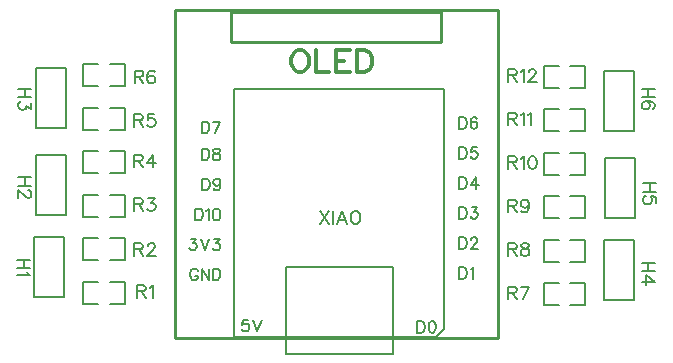
<source format=gto>
G04 Layer: TopSilkscreenLayer*
G04 EasyEDA v6.5.39, 2024-01-01 10:38:23*
G04 ea5c35bb8de24b5fb85cbc62f3f06c18,0207d7639cbd4ff9ba197a67aa53e6ca,10*
G04 Gerber Generator version 0.2*
G04 Scale: 100 percent, Rotated: No, Reflected: No *
G04 Dimensions in millimeters *
G04 leading zeros omitted , absolute positions ,4 integer and 5 decimal *
%FSLAX45Y45*%
%MOMM*%

%ADD10C,0.1524*%
%ADD11C,0.3048*%
%ADD12C,0.2032*%
%ADD13C,0.2540*%
%ADD14C,0.1270*%
%ADD15C,0.0121*%

%LPD*%
D10*
X1213865Y4445000D02*
G01*
X1104900Y4445000D01*
X1213865Y4372355D02*
G01*
X1104900Y4372355D01*
X1162050Y4445000D02*
G01*
X1162050Y4372355D01*
X1193037Y4338065D02*
G01*
X1198371Y4327652D01*
X1213865Y4311904D01*
X1104900Y4311904D01*
X1226565Y5143500D02*
G01*
X1117600Y5143500D01*
X1226565Y5070855D02*
G01*
X1117600Y5070855D01*
X1174750Y5143500D02*
G01*
X1174750Y5070855D01*
X1200657Y5031231D02*
G01*
X1205737Y5031231D01*
X1216152Y5026152D01*
X1221486Y5020818D01*
X1226565Y5010404D01*
X1226565Y4989829D01*
X1221486Y4979415D01*
X1216152Y4974081D01*
X1205737Y4969002D01*
X1195323Y4969002D01*
X1184910Y4974081D01*
X1169415Y4984495D01*
X1117600Y5036565D01*
X1117600Y4963668D01*
X1226565Y5892800D02*
G01*
X1117600Y5892800D01*
X1226565Y5820155D02*
G01*
X1117600Y5820155D01*
X1174750Y5892800D02*
G01*
X1174750Y5820155D01*
X1226565Y5775452D02*
G01*
X1226565Y5718302D01*
X1184910Y5749289D01*
X1184910Y5733795D01*
X1179829Y5723381D01*
X1174750Y5718302D01*
X1159002Y5712968D01*
X1148587Y5712968D01*
X1133094Y5718302D01*
X1122679Y5728715D01*
X1117600Y5744210D01*
X1117600Y5759704D01*
X1122679Y5775452D01*
X1127760Y5780531D01*
X1138173Y5785865D01*
X6503415Y4419600D02*
G01*
X6394450Y4419600D01*
X6503415Y4346955D02*
G01*
X6394450Y4346955D01*
X6451600Y4419600D02*
G01*
X6451600Y4346955D01*
X6503415Y4260595D02*
G01*
X6430772Y4312665D01*
X6430772Y4234687D01*
X6503415Y4260595D02*
G01*
X6394450Y4260595D01*
X6516115Y5092700D02*
G01*
X6407150Y5092700D01*
X6516115Y5020055D02*
G01*
X6407150Y5020055D01*
X6464300Y5092700D02*
G01*
X6464300Y5020055D01*
X6516115Y4923281D02*
G01*
X6516115Y4975352D01*
X6469379Y4980431D01*
X6474459Y4975352D01*
X6479793Y4959604D01*
X6479793Y4944110D01*
X6474459Y4928615D01*
X6464300Y4918202D01*
X6448552Y4912868D01*
X6438138Y4912868D01*
X6422643Y4918202D01*
X6412229Y4928615D01*
X6407150Y4944110D01*
X6407150Y4959604D01*
X6412229Y4975352D01*
X6417309Y4980431D01*
X6427724Y4985765D01*
X6503415Y5892800D02*
G01*
X6394450Y5892800D01*
X6503415Y5820155D02*
G01*
X6394450Y5820155D01*
X6451600Y5892800D02*
G01*
X6451600Y5820155D01*
X6487922Y5723381D02*
G01*
X6498336Y5728715D01*
X6503415Y5744210D01*
X6503415Y5754623D01*
X6498336Y5770118D01*
X6482588Y5780531D01*
X6456679Y5785865D01*
X6430772Y5785865D01*
X6409943Y5780531D01*
X6399529Y5770118D01*
X6394450Y5754623D01*
X6394450Y5749289D01*
X6399529Y5733795D01*
X6409943Y5723381D01*
X6425438Y5718302D01*
X6430772Y5718302D01*
X6446265Y5723381D01*
X6456679Y5733795D01*
X6461759Y5749289D01*
X6461759Y5754623D01*
X6456679Y5770118D01*
X6446265Y5780531D01*
X6430772Y5785865D01*
D11*
X3483609Y6221729D02*
G01*
X3465322Y6212586D01*
X3447288Y6194297D01*
X3438143Y6176263D01*
X3429000Y6148831D01*
X3429000Y6103365D01*
X3438143Y6076187D01*
X3447288Y6057900D01*
X3465322Y6039865D01*
X3483609Y6030721D01*
X3519931Y6030721D01*
X3537965Y6039865D01*
X3556254Y6057900D01*
X3565397Y6076187D01*
X3574541Y6103365D01*
X3574541Y6148831D01*
X3565397Y6176263D01*
X3556254Y6194297D01*
X3537965Y6212586D01*
X3519931Y6221729D01*
X3483609Y6221729D01*
X3634486Y6221729D02*
G01*
X3634486Y6030721D01*
X3634486Y6030721D02*
G01*
X3743452Y6030721D01*
X3803650Y6221729D02*
G01*
X3803650Y6030721D01*
X3803650Y6221729D02*
G01*
X3921759Y6221729D01*
X3803650Y6130797D02*
G01*
X3876293Y6130797D01*
X3803650Y6030721D02*
G01*
X3921759Y6030721D01*
X3981704Y6221729D02*
G01*
X3981704Y6030721D01*
X3981704Y6221729D02*
G01*
X4045458Y6221729D01*
X4072636Y6212586D01*
X4090924Y6194297D01*
X4099813Y6176263D01*
X4108958Y6148831D01*
X4108958Y6103365D01*
X4099813Y6076187D01*
X4090924Y6057900D01*
X4072636Y6039865D01*
X4045458Y6030721D01*
X3981704Y6030721D01*
D10*
X2122553Y4230115D02*
G01*
X2122553Y4121150D01*
X2122553Y4230115D02*
G01*
X2169289Y4230115D01*
X2184783Y4225036D01*
X2190117Y4219702D01*
X2195197Y4209287D01*
X2195197Y4198873D01*
X2190117Y4188460D01*
X2184783Y4183379D01*
X2169289Y4178300D01*
X2122553Y4178300D01*
X2158875Y4178300D02*
G01*
X2195197Y4121150D01*
X2229487Y4209287D02*
G01*
X2239901Y4214621D01*
X2255649Y4230115D01*
X2255649Y4121150D01*
X2099183Y4585715D02*
G01*
X2099183Y4476750D01*
X2099183Y4585715D02*
G01*
X2145918Y4585715D01*
X2161413Y4580636D01*
X2166747Y4575302D01*
X2171827Y4564887D01*
X2171827Y4554473D01*
X2166747Y4544060D01*
X2161413Y4538979D01*
X2145918Y4533900D01*
X2099183Y4533900D01*
X2135504Y4533900D02*
G01*
X2171827Y4476750D01*
X2211450Y4559807D02*
G01*
X2211450Y4564887D01*
X2216531Y4575302D01*
X2221865Y4580636D01*
X2232279Y4585715D01*
X2252852Y4585715D01*
X2263266Y4580636D01*
X2268600Y4575302D01*
X2273681Y4564887D01*
X2273681Y4554473D01*
X2268600Y4544060D01*
X2258186Y4528565D01*
X2206116Y4476750D01*
X2279015Y4476750D01*
X2099183Y4966715D02*
G01*
X2099183Y4857750D01*
X2099183Y4966715D02*
G01*
X2145918Y4966715D01*
X2161413Y4961636D01*
X2166747Y4956302D01*
X2171827Y4945887D01*
X2171827Y4935473D01*
X2166747Y4925060D01*
X2161413Y4919979D01*
X2145918Y4914900D01*
X2099183Y4914900D01*
X2135504Y4914900D02*
G01*
X2171827Y4857750D01*
X2216531Y4966715D02*
G01*
X2273681Y4966715D01*
X2242693Y4925060D01*
X2258186Y4925060D01*
X2268600Y4919979D01*
X2273681Y4914900D01*
X2279015Y4899152D01*
X2279015Y4888737D01*
X2273681Y4873244D01*
X2263266Y4862829D01*
X2247772Y4857750D01*
X2232279Y4857750D01*
X2216531Y4862829D01*
X2211450Y4867910D01*
X2206116Y4878323D01*
X2096643Y5335015D02*
G01*
X2096643Y5226050D01*
X2096643Y5335015D02*
G01*
X2143379Y5335015D01*
X2158872Y5329936D01*
X2164206Y5324602D01*
X2169286Y5314187D01*
X2169286Y5303773D01*
X2164206Y5293360D01*
X2158872Y5288279D01*
X2143379Y5283200D01*
X2096643Y5283200D01*
X2132965Y5283200D02*
G01*
X2169286Y5226050D01*
X2255647Y5335015D02*
G01*
X2203577Y5262371D01*
X2281554Y5262371D01*
X2255647Y5335015D02*
G01*
X2255647Y5226050D01*
X2099183Y5677915D02*
G01*
X2099183Y5568950D01*
X2099183Y5677915D02*
G01*
X2145918Y5677915D01*
X2161413Y5672836D01*
X2166747Y5667502D01*
X2171827Y5657087D01*
X2171827Y5646673D01*
X2166747Y5636260D01*
X2161413Y5631179D01*
X2145918Y5626100D01*
X2099183Y5626100D01*
X2135504Y5626100D02*
G01*
X2171827Y5568950D01*
X2268600Y5677915D02*
G01*
X2216531Y5677915D01*
X2211450Y5631179D01*
X2216531Y5636260D01*
X2232279Y5641594D01*
X2247772Y5641594D01*
X2263266Y5636260D01*
X2273681Y5626100D01*
X2279015Y5610352D01*
X2279015Y5599937D01*
X2273681Y5584444D01*
X2263266Y5574029D01*
X2247772Y5568950D01*
X2232279Y5568950D01*
X2216531Y5574029D01*
X2211450Y5579110D01*
X2206116Y5589523D01*
X2101850Y6046215D02*
G01*
X2101850Y5937250D01*
X2101850Y6046215D02*
G01*
X2148586Y6046215D01*
X2164079Y6041136D01*
X2169413Y6035802D01*
X2174493Y6025387D01*
X2174493Y6014973D01*
X2169413Y6004560D01*
X2164079Y5999479D01*
X2148586Y5994400D01*
X2101850Y5994400D01*
X2138172Y5994400D02*
G01*
X2174493Y5937250D01*
X2271268Y6030721D02*
G01*
X2265934Y6041136D01*
X2250440Y6046215D01*
X2240025Y6046215D01*
X2224531Y6041136D01*
X2214118Y6025387D01*
X2208784Y5999479D01*
X2208784Y5973571D01*
X2214118Y5952744D01*
X2224531Y5942329D01*
X2240025Y5937250D01*
X2245359Y5937250D01*
X2260854Y5942329D01*
X2271268Y5952744D01*
X2276347Y5968237D01*
X2276347Y5973571D01*
X2271268Y5989065D01*
X2260854Y5999479D01*
X2245359Y6004560D01*
X2240025Y6004560D01*
X2224531Y5999479D01*
X2214118Y5989065D01*
X2208784Y5973571D01*
X5264150Y4217415D02*
G01*
X5264150Y4108450D01*
X5264150Y4217415D02*
G01*
X5310886Y4217415D01*
X5326379Y4212336D01*
X5331713Y4207002D01*
X5336793Y4196587D01*
X5336793Y4186173D01*
X5331713Y4175760D01*
X5326379Y4170679D01*
X5310886Y4165600D01*
X5264150Y4165600D01*
X5300472Y4165600D02*
G01*
X5336793Y4108450D01*
X5443981Y4217415D02*
G01*
X5391911Y4108450D01*
X5371084Y4217415D02*
G01*
X5443981Y4217415D01*
X5264150Y4585715D02*
G01*
X5264150Y4476750D01*
X5264150Y4585715D02*
G01*
X5310886Y4585715D01*
X5326379Y4580636D01*
X5331713Y4575302D01*
X5336793Y4564887D01*
X5336793Y4554473D01*
X5331713Y4544060D01*
X5326379Y4538979D01*
X5310886Y4533900D01*
X5264150Y4533900D01*
X5300472Y4533900D02*
G01*
X5336793Y4476750D01*
X5397245Y4585715D02*
G01*
X5381497Y4580636D01*
X5376418Y4570221D01*
X5376418Y4559807D01*
X5381497Y4549394D01*
X5391911Y4544060D01*
X5412740Y4538979D01*
X5428234Y4533900D01*
X5438647Y4523486D01*
X5443981Y4513071D01*
X5443981Y4497323D01*
X5438647Y4486910D01*
X5433568Y4481829D01*
X5417820Y4476750D01*
X5397245Y4476750D01*
X5381497Y4481829D01*
X5376418Y4486910D01*
X5371084Y4497323D01*
X5371084Y4513071D01*
X5376418Y4523486D01*
X5386831Y4533900D01*
X5402325Y4538979D01*
X5423154Y4544060D01*
X5433568Y4549394D01*
X5438647Y4559807D01*
X5438647Y4570221D01*
X5433568Y4580636D01*
X5417820Y4585715D01*
X5397245Y4585715D01*
X5264150Y4954015D02*
G01*
X5264150Y4845050D01*
X5264150Y4954015D02*
G01*
X5310886Y4954015D01*
X5326379Y4948936D01*
X5331713Y4943602D01*
X5336793Y4933187D01*
X5336793Y4922773D01*
X5331713Y4912360D01*
X5326379Y4907279D01*
X5310886Y4902200D01*
X5264150Y4902200D01*
X5300472Y4902200D02*
G01*
X5336793Y4845050D01*
X5438647Y4917694D02*
G01*
X5433568Y4902200D01*
X5423154Y4891786D01*
X5407659Y4886452D01*
X5402325Y4886452D01*
X5386831Y4891786D01*
X5376418Y4902200D01*
X5371084Y4917694D01*
X5371084Y4922773D01*
X5376418Y4938521D01*
X5386831Y4948936D01*
X5402325Y4954015D01*
X5407659Y4954015D01*
X5423154Y4948936D01*
X5433568Y4938521D01*
X5438647Y4917694D01*
X5438647Y4891786D01*
X5433568Y4865623D01*
X5423154Y4850129D01*
X5407659Y4845050D01*
X5397245Y4845050D01*
X5381497Y4850129D01*
X5376418Y4860544D01*
X5264150Y5322315D02*
G01*
X5264150Y5213350D01*
X5264150Y5322315D02*
G01*
X5310886Y5322315D01*
X5326379Y5317236D01*
X5331713Y5311902D01*
X5336793Y5301487D01*
X5336793Y5291073D01*
X5331713Y5280660D01*
X5326379Y5275579D01*
X5310886Y5270500D01*
X5264150Y5270500D01*
X5300472Y5270500D02*
G01*
X5336793Y5213350D01*
X5371084Y5301487D02*
G01*
X5381497Y5306821D01*
X5397245Y5322315D01*
X5397245Y5213350D01*
X5462524Y5322315D02*
G01*
X5447029Y5317236D01*
X5436615Y5301487D01*
X5431536Y5275579D01*
X5431536Y5260086D01*
X5436615Y5233923D01*
X5447029Y5218429D01*
X5462524Y5213350D01*
X5472938Y5213350D01*
X5488686Y5218429D01*
X5499100Y5233923D01*
X5504179Y5260086D01*
X5504179Y5275579D01*
X5499100Y5301487D01*
X5488686Y5317236D01*
X5472938Y5322315D01*
X5462524Y5322315D01*
X5264150Y5690615D02*
G01*
X5264150Y5581650D01*
X5264150Y5690615D02*
G01*
X5310886Y5690615D01*
X5326379Y5685536D01*
X5331713Y5680202D01*
X5336793Y5669787D01*
X5336793Y5659373D01*
X5331713Y5648960D01*
X5326379Y5643879D01*
X5310886Y5638800D01*
X5264150Y5638800D01*
X5300472Y5638800D02*
G01*
X5336793Y5581650D01*
X5371084Y5669787D02*
G01*
X5381497Y5675121D01*
X5397245Y5690615D01*
X5397245Y5581650D01*
X5431536Y5669787D02*
G01*
X5441950Y5675121D01*
X5457443Y5690615D01*
X5457443Y5581650D01*
X5264150Y6058915D02*
G01*
X5264150Y5949950D01*
X5264150Y6058915D02*
G01*
X5310886Y6058915D01*
X5326379Y6053836D01*
X5331713Y6048502D01*
X5336793Y6038087D01*
X5336793Y6027673D01*
X5331713Y6017260D01*
X5326379Y6012179D01*
X5310886Y6007100D01*
X5264150Y6007100D01*
X5300472Y6007100D02*
G01*
X5336793Y5949950D01*
X5371084Y6038087D02*
G01*
X5381497Y6043421D01*
X5397245Y6058915D01*
X5397245Y5949950D01*
X5436615Y6033007D02*
G01*
X5436615Y6038087D01*
X5441950Y6048502D01*
X5447029Y6053836D01*
X5457443Y6058915D01*
X5478272Y6058915D01*
X5488686Y6053836D01*
X5493765Y6048502D01*
X5499100Y6038087D01*
X5499100Y6027673D01*
X5493765Y6017260D01*
X5483352Y6001765D01*
X5431536Y5949950D01*
X5504179Y5949950D01*
X3671315Y4857750D02*
G01*
X3743959Y4748784D01*
X3743959Y4857750D02*
G01*
X3671315Y4748784D01*
X3778250Y4857750D02*
G01*
X3778250Y4748784D01*
X3854195Y4857750D02*
G01*
X3812540Y4748784D01*
X3854195Y4857750D02*
G01*
X3895852Y4748784D01*
X3828288Y4785105D02*
G01*
X3880104Y4785105D01*
X3961129Y4857750D02*
G01*
X3950715Y4852670D01*
X3940556Y4842255D01*
X3935222Y4831842D01*
X3930141Y4816094D01*
X3930141Y4790186D01*
X3935222Y4774692D01*
X3940556Y4764278D01*
X3950715Y4753863D01*
X3961129Y4748784D01*
X3981958Y4748784D01*
X3992372Y4753863D01*
X4002786Y4764278D01*
X4007865Y4774692D01*
X4013200Y4790186D01*
X4013200Y4816094D01*
X4007865Y4831842D01*
X4002786Y4842255D01*
X3992372Y4852670D01*
X3981958Y4857750D01*
X3961129Y4857750D01*
D12*
X3064509Y3936237D02*
G01*
X3019043Y3936237D01*
X3014472Y3895344D01*
X3019043Y3899915D01*
X3032506Y3904487D01*
X3046222Y3904487D01*
X3059938Y3899915D01*
X3069081Y3890771D01*
X3073654Y3877310D01*
X3073654Y3868165D01*
X3069081Y3854450D01*
X3059938Y3845305D01*
X3046222Y3840734D01*
X3032506Y3840734D01*
X3019043Y3845305D01*
X3014472Y3849878D01*
X3009900Y3859021D01*
X3103625Y3936237D02*
G01*
X3139947Y3840734D01*
X3176270Y3936237D02*
G01*
X3139947Y3840734D01*
X2638049Y4345431D02*
G01*
X2633731Y4354576D01*
X2624587Y4363465D01*
X2615443Y4368037D01*
X2597155Y4368037D01*
X2588265Y4363465D01*
X2579121Y4354576D01*
X2574549Y4345431D01*
X2569977Y4331715D01*
X2569977Y4309110D01*
X2574549Y4295394D01*
X2579121Y4286250D01*
X2588265Y4277105D01*
X2597155Y4272534D01*
X2615443Y4272534D01*
X2624587Y4277105D01*
X2633731Y4286250D01*
X2638049Y4295394D01*
X2638049Y4309110D01*
X2615443Y4309110D02*
G01*
X2638049Y4309110D01*
X2668275Y4368037D02*
G01*
X2668275Y4272534D01*
X2668275Y4368037D02*
G01*
X2731775Y4272534D01*
X2731775Y4368037D02*
G01*
X2731775Y4272534D01*
X2761747Y4368037D02*
G01*
X2761747Y4272534D01*
X2761747Y4368037D02*
G01*
X2793497Y4368037D01*
X2807213Y4363465D01*
X2816357Y4354576D01*
X2820929Y4345431D01*
X2825501Y4331715D01*
X2825501Y4309110D01*
X2820929Y4295394D01*
X2816357Y4286250D01*
X2807213Y4277105D01*
X2793497Y4272534D01*
X2761747Y4272534D01*
X2574543Y4622037D02*
G01*
X2624581Y4622037D01*
X2597150Y4585715D01*
X2610865Y4585715D01*
X2620009Y4581144D01*
X2624581Y4576571D01*
X2629154Y4563110D01*
X2629154Y4553965D01*
X2624581Y4540250D01*
X2615438Y4531105D01*
X2601722Y4526534D01*
X2588006Y4526534D01*
X2574543Y4531105D01*
X2569972Y4535678D01*
X2565400Y4544821D01*
X2659125Y4622037D02*
G01*
X2695447Y4526534D01*
X2731770Y4622037D02*
G01*
X2695447Y4526534D01*
X2770886Y4622037D02*
G01*
X2820924Y4622037D01*
X2793491Y4585715D01*
X2807208Y4585715D01*
X2816352Y4581144D01*
X2820924Y4576571D01*
X2825495Y4563110D01*
X2825495Y4553965D01*
X2820924Y4540250D01*
X2811779Y4531105D01*
X2798063Y4526534D01*
X2784602Y4526534D01*
X2770886Y4531105D01*
X2766313Y4535678D01*
X2761741Y4544821D01*
X2615443Y4876037D02*
G01*
X2615443Y4780534D01*
X2615443Y4876037D02*
G01*
X2647193Y4876037D01*
X2660909Y4871465D01*
X2670053Y4862576D01*
X2674625Y4853431D01*
X2679197Y4839715D01*
X2679197Y4817110D01*
X2674625Y4803394D01*
X2670053Y4794250D01*
X2660909Y4785105D01*
X2647193Y4780534D01*
X2615443Y4780534D01*
X2709169Y4858004D02*
G01*
X2718059Y4862576D01*
X2731775Y4876037D01*
X2731775Y4780534D01*
X2789179Y4876037D02*
G01*
X2775463Y4871465D01*
X2766319Y4858004D01*
X2761747Y4835144D01*
X2761747Y4821681D01*
X2766319Y4798821D01*
X2775463Y4785105D01*
X2789179Y4780534D01*
X2798069Y4780534D01*
X2811785Y4785105D01*
X2820929Y4798821D01*
X2825501Y4821681D01*
X2825501Y4835144D01*
X2820929Y4858004D01*
X2811785Y4871465D01*
X2798069Y4876037D01*
X2789179Y4876037D01*
X2672854Y5130037D02*
G01*
X2672854Y5034534D01*
X2672854Y5130037D02*
G01*
X2704604Y5130037D01*
X2718320Y5125465D01*
X2727464Y5116576D01*
X2732036Y5107431D01*
X2736608Y5093715D01*
X2736608Y5071110D01*
X2732036Y5057394D01*
X2727464Y5048250D01*
X2718320Y5039105D01*
X2704604Y5034534D01*
X2672854Y5034534D01*
X2825508Y5098287D02*
G01*
X2820936Y5084571D01*
X2812046Y5075681D01*
X2798330Y5071110D01*
X2793758Y5071110D01*
X2780042Y5075681D01*
X2771152Y5084571D01*
X2766580Y5098287D01*
X2766580Y5102860D01*
X2771152Y5116576D01*
X2780042Y5125465D01*
X2793758Y5130037D01*
X2798330Y5130037D01*
X2812046Y5125465D01*
X2820936Y5116576D01*
X2825508Y5098287D01*
X2825508Y5075681D01*
X2820936Y5052821D01*
X2812046Y5039105D01*
X2798330Y5034534D01*
X2789186Y5034534D01*
X2775470Y5039105D01*
X2771152Y5048250D01*
X2668277Y5384037D02*
G01*
X2668277Y5288534D01*
X2668277Y5384037D02*
G01*
X2700027Y5384037D01*
X2713743Y5379465D01*
X2722887Y5370576D01*
X2727459Y5361431D01*
X2732031Y5347715D01*
X2732031Y5325110D01*
X2727459Y5311394D01*
X2722887Y5302250D01*
X2713743Y5293105D01*
X2700027Y5288534D01*
X2668277Y5288534D01*
X2784609Y5384037D02*
G01*
X2770893Y5379465D01*
X2766575Y5370576D01*
X2766575Y5361431D01*
X2770893Y5352287D01*
X2780037Y5347715D01*
X2798325Y5343144D01*
X2811787Y5338571D01*
X2820931Y5329681D01*
X2825503Y5320537D01*
X2825503Y5306821D01*
X2820931Y5297678D01*
X2816359Y5293105D01*
X2802897Y5288534D01*
X2784609Y5288534D01*
X2770893Y5293105D01*
X2766575Y5297678D01*
X2762003Y5306821D01*
X2762003Y5320537D01*
X2766575Y5329681D01*
X2775465Y5338571D01*
X2789181Y5343144D01*
X2807469Y5347715D01*
X2816359Y5352287D01*
X2820931Y5361431D01*
X2820931Y5370576D01*
X2816359Y5379465D01*
X2802897Y5384037D01*
X2784609Y5384037D01*
X2668277Y5612637D02*
G01*
X2668277Y5517134D01*
X2668277Y5612637D02*
G01*
X2700027Y5612637D01*
X2713743Y5608065D01*
X2722887Y5599176D01*
X2727459Y5590031D01*
X2732031Y5576315D01*
X2732031Y5553710D01*
X2727459Y5539994D01*
X2722887Y5530850D01*
X2713743Y5521705D01*
X2700027Y5517134D01*
X2668277Y5517134D01*
X2825503Y5612637D02*
G01*
X2780037Y5517134D01*
X2762003Y5612637D02*
G01*
X2825503Y5612637D01*
X4495800Y3923537D02*
G01*
X4495800Y3828034D01*
X4495800Y3923537D02*
G01*
X4527550Y3923537D01*
X4541265Y3918965D01*
X4550409Y3910076D01*
X4554981Y3900931D01*
X4559554Y3887215D01*
X4559554Y3864610D01*
X4554981Y3850894D01*
X4550409Y3841750D01*
X4541265Y3832605D01*
X4527550Y3828034D01*
X4495800Y3828034D01*
X4616704Y3923537D02*
G01*
X4602988Y3918965D01*
X4594097Y3905504D01*
X4589525Y3882644D01*
X4589525Y3869181D01*
X4594097Y3846321D01*
X4602988Y3832605D01*
X4616704Y3828034D01*
X4625847Y3828034D01*
X4639309Y3832605D01*
X4648454Y3846321D01*
X4653025Y3869181D01*
X4653025Y3882644D01*
X4648454Y3905504D01*
X4639309Y3918965D01*
X4625847Y3923537D01*
X4616704Y3923537D01*
X4851400Y4380737D02*
G01*
X4851400Y4285234D01*
X4851400Y4380737D02*
G01*
X4883150Y4380737D01*
X4896865Y4376165D01*
X4906009Y4367276D01*
X4910581Y4358131D01*
X4915154Y4344415D01*
X4915154Y4321810D01*
X4910581Y4308094D01*
X4906009Y4298950D01*
X4896865Y4289805D01*
X4883150Y4285234D01*
X4851400Y4285234D01*
X4945125Y4362704D02*
G01*
X4954015Y4367276D01*
X4967731Y4380737D01*
X4967731Y4285234D01*
X4851400Y4634737D02*
G01*
X4851400Y4539234D01*
X4851400Y4634737D02*
G01*
X4883150Y4634737D01*
X4896865Y4630165D01*
X4906009Y4621276D01*
X4910581Y4612131D01*
X4915154Y4598415D01*
X4915154Y4575810D01*
X4910581Y4562094D01*
X4906009Y4552950D01*
X4896865Y4543805D01*
X4883150Y4539234D01*
X4851400Y4539234D01*
X4949697Y4612131D02*
G01*
X4949697Y4616704D01*
X4954015Y4625594D01*
X4958588Y4630165D01*
X4967731Y4634737D01*
X4986020Y4634737D01*
X4994909Y4630165D01*
X4999481Y4625594D01*
X5004054Y4616704D01*
X5004054Y4607560D01*
X4999481Y4598415D01*
X4990591Y4584700D01*
X4945125Y4539234D01*
X5008625Y4539234D01*
X4851400Y4888737D02*
G01*
X4851400Y4793234D01*
X4851400Y4888737D02*
G01*
X4883150Y4888737D01*
X4896865Y4884165D01*
X4906009Y4875276D01*
X4910581Y4866131D01*
X4915154Y4852415D01*
X4915154Y4829810D01*
X4910581Y4816094D01*
X4906009Y4806950D01*
X4896865Y4797805D01*
X4883150Y4793234D01*
X4851400Y4793234D01*
X4954015Y4888737D02*
G01*
X5004054Y4888737D01*
X4976875Y4852415D01*
X4990591Y4852415D01*
X4999481Y4847844D01*
X5004054Y4843271D01*
X5008625Y4829810D01*
X5008625Y4820665D01*
X5004054Y4806950D01*
X4994909Y4797805D01*
X4981447Y4793234D01*
X4967731Y4793234D01*
X4954015Y4797805D01*
X4949697Y4802378D01*
X4945125Y4811521D01*
X4851400Y5142737D02*
G01*
X4851400Y5047234D01*
X4851400Y5142737D02*
G01*
X4883150Y5142737D01*
X4896865Y5138165D01*
X4906009Y5129276D01*
X4910581Y5120131D01*
X4915154Y5106415D01*
X4915154Y5083810D01*
X4910581Y5070094D01*
X4906009Y5060950D01*
X4896865Y5051805D01*
X4883150Y5047234D01*
X4851400Y5047234D01*
X4990591Y5142737D02*
G01*
X4945125Y5079237D01*
X5013197Y5079237D01*
X4990591Y5142737D02*
G01*
X4990591Y5047234D01*
X4851400Y5396737D02*
G01*
X4851400Y5301234D01*
X4851400Y5396737D02*
G01*
X4883150Y5396737D01*
X4896865Y5392165D01*
X4906009Y5383276D01*
X4910581Y5374131D01*
X4915154Y5360415D01*
X4915154Y5337810D01*
X4910581Y5324094D01*
X4906009Y5314950D01*
X4896865Y5305805D01*
X4883150Y5301234D01*
X4851400Y5301234D01*
X4999481Y5396737D02*
G01*
X4954015Y5396737D01*
X4949697Y5355844D01*
X4954015Y5360415D01*
X4967731Y5364987D01*
X4981447Y5364987D01*
X4994909Y5360415D01*
X5004054Y5351271D01*
X5008625Y5337810D01*
X5008625Y5328665D01*
X5004054Y5314950D01*
X4994909Y5305805D01*
X4981447Y5301234D01*
X4967731Y5301234D01*
X4954015Y5305805D01*
X4949697Y5310378D01*
X4945125Y5319521D01*
X4851400Y5650737D02*
G01*
X4851400Y5555234D01*
X4851400Y5650737D02*
G01*
X4883150Y5650737D01*
X4896865Y5646165D01*
X4906009Y5637276D01*
X4910581Y5628131D01*
X4915154Y5614415D01*
X4915154Y5591810D01*
X4910581Y5578094D01*
X4906009Y5568950D01*
X4896865Y5559805D01*
X4883150Y5555234D01*
X4851400Y5555234D01*
X4999481Y5637276D02*
G01*
X4994909Y5646165D01*
X4981447Y5650737D01*
X4972304Y5650737D01*
X4958588Y5646165D01*
X4949697Y5632704D01*
X4945125Y5609844D01*
X4945125Y5587237D01*
X4949697Y5568950D01*
X4958588Y5559805D01*
X4972304Y5555234D01*
X4976875Y5555234D01*
X4990591Y5559805D01*
X4999481Y5568950D01*
X5004054Y5582665D01*
X5004054Y5587237D01*
X4999481Y5600700D01*
X4990591Y5609844D01*
X4976875Y5614415D01*
X4972304Y5614415D01*
X4958588Y5609844D01*
X4949697Y5600700D01*
X4945125Y5587237D01*
X1504950Y4127500D02*
G01*
X1253489Y4127500D01*
X1253489Y4635500D01*
X1504950Y4635500D01*
X1504950Y4127500D01*
X1517650Y4826000D02*
G01*
X1266189Y4826000D01*
X1266189Y5334000D01*
X1517650Y5334000D01*
X1517650Y4826000D01*
X1517650Y5562600D02*
G01*
X1266189Y5562600D01*
X1266189Y6070600D01*
X1517650Y6070600D01*
X1517650Y5562600D01*
X6330950Y4102100D02*
G01*
X6079490Y4102100D01*
X6079490Y4610100D01*
X6330950Y4610100D01*
X6330950Y4102100D01*
X6337300Y4800600D02*
G01*
X6085840Y4800600D01*
X6085840Y5308600D01*
X6337300Y5308600D01*
X6337300Y4800600D01*
X6330950Y5537200D02*
G01*
X6079490Y5537200D01*
X6079490Y6045200D01*
X6330950Y6045200D01*
X6330950Y5537200D01*
D13*
X2921002Y6540500D02*
G01*
X2921002Y6286500D01*
X4698997Y6286500D01*
X4698997Y6540500D01*
X2921002Y6540500D01*
X3005000Y3783505D02*
G01*
X4405002Y3783505D01*
X4405002Y3783502D01*
X2988040Y3783505D02*
G01*
X3005000Y3783505D01*
X4405002Y3783502D02*
G01*
X5174998Y3783502D01*
X5174998Y6563499D01*
X2445004Y6563499D01*
X2445004Y3783505D01*
X3005000Y3783505D01*
X3005000Y3783502D01*
D10*
X1889119Y4073890D02*
G01*
X2017613Y4073890D01*
X2017613Y4257309D01*
X1889119Y4257309D01*
X1793880Y4073890D02*
G01*
X1665386Y4073890D01*
X1665386Y4257309D01*
X1793880Y4257309D01*
X1793880Y4625609D02*
G01*
X1665386Y4625609D01*
X1665386Y4442190D01*
X1793880Y4442190D01*
X1889119Y4625609D02*
G01*
X2017613Y4625609D01*
X2017613Y4442190D01*
X1889119Y4442190D01*
X1889119Y4810490D02*
G01*
X2017613Y4810490D01*
X2017613Y4993909D01*
X1889119Y4993909D01*
X1793880Y4810490D02*
G01*
X1665386Y4810490D01*
X1665386Y4993909D01*
X1793880Y4993909D01*
X1793880Y5362209D02*
G01*
X1665386Y5362209D01*
X1665386Y5178790D01*
X1793880Y5178790D01*
X1889119Y5362209D02*
G01*
X2017613Y5362209D01*
X2017613Y5178790D01*
X1889119Y5178790D01*
X1889119Y5547090D02*
G01*
X2017613Y5547090D01*
X2017613Y5730509D01*
X1889119Y5730509D01*
X1793880Y5547090D02*
G01*
X1665386Y5547090D01*
X1665386Y5730509D01*
X1793880Y5730509D01*
X1793880Y6098809D02*
G01*
X1665386Y6098809D01*
X1665386Y5915390D01*
X1793880Y5915390D01*
X1889119Y6098809D02*
G01*
X2017613Y6098809D01*
X2017613Y5915390D01*
X1889119Y5915390D01*
X5788019Y4061190D02*
G01*
X5916513Y4061190D01*
X5916513Y4244609D01*
X5788019Y4244609D01*
X5692780Y4061190D02*
G01*
X5564286Y4061190D01*
X5564286Y4244609D01*
X5692780Y4244609D01*
X5788019Y4429490D02*
G01*
X5916513Y4429490D01*
X5916513Y4612909D01*
X5788019Y4612909D01*
X5692780Y4429490D02*
G01*
X5564286Y4429490D01*
X5564286Y4612909D01*
X5692780Y4612909D01*
X5788019Y4797790D02*
G01*
X5916513Y4797790D01*
X5916513Y4981209D01*
X5788019Y4981209D01*
X5692780Y4797790D02*
G01*
X5564286Y4797790D01*
X5564286Y4981209D01*
X5692780Y4981209D01*
X5788019Y5166090D02*
G01*
X5916513Y5166090D01*
X5916513Y5349509D01*
X5788019Y5349509D01*
X5692780Y5166090D02*
G01*
X5564286Y5166090D01*
X5564286Y5349509D01*
X5692780Y5349509D01*
X5788019Y5534390D02*
G01*
X5916513Y5534390D01*
X5916513Y5717809D01*
X5788019Y5717809D01*
X5692780Y5534390D02*
G01*
X5564286Y5534390D01*
X5564286Y5717809D01*
X5692780Y5717809D01*
X5788019Y5902690D02*
G01*
X5916513Y5902690D01*
X5916513Y6086109D01*
X5788019Y6086109D01*
X5692780Y5902690D02*
G01*
X5564286Y5902690D01*
X5564286Y6086109D01*
X5692780Y6086109D01*
D14*
X4724400Y5892800D02*
G01*
X2944393Y5892800D01*
X2944393Y3792804D01*
X4657242Y3792804D01*
X4724400Y3859961D01*
X4724400Y5892800D01*
X4284395Y3650411D02*
G01*
X3384905Y3650411D01*
X3384905Y4385614D01*
X4284802Y4385614D01*
X4284802Y3650310D01*
M02*

</source>
